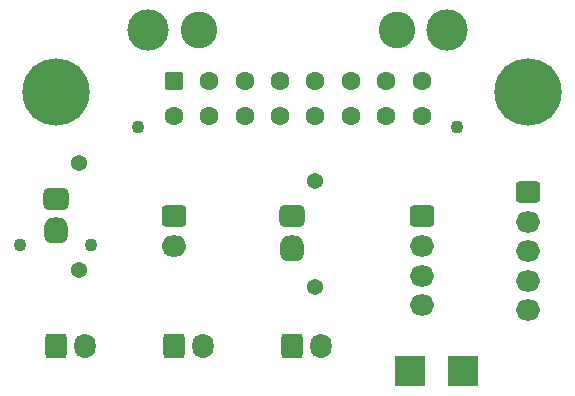
<source format=gbr>
G04 #@! TF.GenerationSoftware,KiCad,Pcbnew,6.0.7-f9a2dced07~116~ubuntu22.04.1*
G04 #@! TF.CreationDate,2022-08-21T20:53:52+02:00*
G04 #@! TF.ProjectId,carabiner-distributor,63617261-6269-46e6-9572-2d6469737472,rev?*
G04 #@! TF.SameCoordinates,Original*
G04 #@! TF.FileFunction,Soldermask,Top*
G04 #@! TF.FilePolarity,Negative*
%FSLAX46Y46*%
G04 Gerber Fmt 4.6, Leading zero omitted, Abs format (unit mm)*
G04 Created by KiCad (PCBNEW 6.0.7-f9a2dced07~116~ubuntu22.04.1) date 2022-08-21 20:53:52*
%MOMM*%
%LPD*%
G01*
G04 APERTURE LIST*
G04 Aperture macros list*
%AMRoundRect*
0 Rectangle with rounded corners*
0 $1 Rounding radius*
0 $2 $3 $4 $5 $6 $7 $8 $9 X,Y pos of 4 corners*
0 Add a 4 corners polygon primitive as box body*
4,1,4,$2,$3,$4,$5,$6,$7,$8,$9,$2,$3,0*
0 Add four circle primitives for the rounded corners*
1,1,$1+$1,$2,$3*
1,1,$1+$1,$4,$5*
1,1,$1+$1,$6,$7*
1,1,$1+$1,$8,$9*
0 Add four rect primitives between the rounded corners*
20,1,$1+$1,$2,$3,$4,$5,0*
20,1,$1+$1,$4,$5,$6,$7,0*
20,1,$1+$1,$6,$7,$8,$9,0*
20,1,$1+$1,$8,$9,$2,$3,0*%
G04 Aperture macros list end*
%ADD10RoundRect,0.301001X-0.499999X-0.499999X0.499999X-0.499999X0.499999X0.499999X-0.499999X0.499999X0*%
%ADD11C,1.602000*%
%ADD12C,3.512000*%
%ADD13C,1.372000*%
%ADD14RoundRect,0.301001X-0.759999X0.499999X-0.759999X-0.499999X0.759999X-0.499999X0.759999X0.499999X0*%
%ADD15O,2.122000X1.602000*%
%ADD16RoundRect,0.301000X-0.725000X0.600000X-0.725000X-0.600000X0.725000X-0.600000X0.725000X0.600000X0*%
%ADD17O,2.052000X1.802000*%
%ADD18RoundRect,0.301000X-0.600000X-0.750000X0.600000X-0.750000X0.600000X0.750000X-0.600000X0.750000X0*%
%ADD19O,1.802000X2.102000*%
%ADD20RoundRect,0.301000X-0.750000X0.600000X-0.750000X-0.600000X0.750000X-0.600000X0.750000X0.600000X0*%
%ADD21O,2.102000X1.802000*%
%ADD22RoundRect,0.051000X-1.250000X-1.250000X1.250000X-1.250000X1.250000X1.250000X-1.250000X1.250000X0*%
%ADD23C,5.702000*%
%ADD24C,3.102000*%
%ADD25C,1.102000*%
G04 APERTURE END LIST*
D10*
X80000000Y-30000000D03*
D11*
X83000000Y-30000000D03*
X86000000Y-30000000D03*
X89000000Y-30000000D03*
X92000000Y-30000000D03*
X95000000Y-30000000D03*
X98000000Y-30000000D03*
X101000000Y-30000000D03*
X80000000Y-33000000D03*
X83000000Y-33000000D03*
X86000000Y-33000000D03*
X89000000Y-33000000D03*
X92000000Y-33000000D03*
X95000000Y-33000000D03*
X98000000Y-33000000D03*
X101000000Y-33000000D03*
D12*
X77850000Y-25680000D03*
X103150000Y-25680000D03*
D13*
X91960000Y-38500000D03*
X91960000Y-47500000D03*
D14*
X90000000Y-41500000D03*
D15*
X90000000Y-44500000D03*
D16*
X101000000Y-41500000D03*
D17*
X101000000Y-44000000D03*
X101000000Y-46500000D03*
X101000000Y-49000000D03*
D18*
X80000000Y-52500000D03*
D19*
X82500000Y-52500000D03*
D20*
X90000000Y-41500000D03*
D21*
X90000000Y-44000000D03*
D22*
X104500000Y-54600000D03*
D23*
X110000000Y-31000000D03*
X70000000Y-31000000D03*
D20*
X70000000Y-40000000D03*
D21*
X70000000Y-42500000D03*
D22*
X100000000Y-54600000D03*
D24*
X82160000Y-25680000D03*
X98860000Y-25680000D03*
D10*
X80000000Y-30000000D03*
D11*
X83000000Y-30000000D03*
X86000000Y-30000000D03*
X89000000Y-30000000D03*
X92000000Y-30000000D03*
X95000000Y-30000000D03*
X98000000Y-30000000D03*
X101000000Y-30000000D03*
X80000000Y-33000000D03*
X83000000Y-33000000D03*
X86000000Y-33000000D03*
X89000000Y-33000000D03*
X92000000Y-33000000D03*
X95000000Y-33000000D03*
X98000000Y-33000000D03*
X101000000Y-33000000D03*
D18*
X90000000Y-52500000D03*
D19*
X92500000Y-52500000D03*
D13*
X71960000Y-37000000D03*
X71960000Y-46000000D03*
D14*
X70000000Y-40000000D03*
D15*
X70000000Y-43000000D03*
D18*
X70000000Y-52500000D03*
D19*
X72500000Y-52500000D03*
D25*
X73000000Y-43940000D03*
X67000000Y-43940000D03*
D10*
X70000000Y-40000000D03*
D11*
X70000000Y-43000000D03*
D25*
X104000000Y-33940000D03*
X77000000Y-33940000D03*
D10*
X80000000Y-30000000D03*
D11*
X83000000Y-30000000D03*
X86000000Y-30000000D03*
X89000000Y-30000000D03*
X92000000Y-30000000D03*
X95000000Y-30000000D03*
X98000000Y-30000000D03*
X101000000Y-30000000D03*
X80000000Y-33000000D03*
X83000000Y-33000000D03*
X86000000Y-33000000D03*
X89000000Y-33000000D03*
X92000000Y-33000000D03*
X95000000Y-33000000D03*
X98000000Y-33000000D03*
X101000000Y-33000000D03*
D20*
X80000000Y-41500000D03*
D21*
X80000000Y-44000000D03*
D16*
X110000000Y-39460000D03*
D17*
X110000000Y-41960000D03*
X110000000Y-44460000D03*
X110000000Y-46960000D03*
X110000000Y-49460000D03*
M02*

</source>
